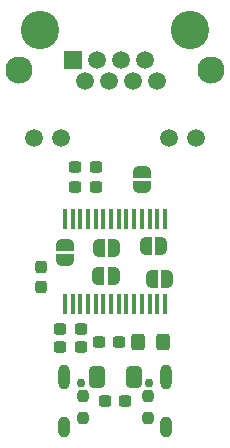
<source format=gbs>
G04 #@! TF.GenerationSoftware,KiCad,Pcbnew,(6.0.0)*
G04 #@! TF.CreationDate,2022-05-28T20:38:18-06:00*
G04 #@! TF.ProjectId,usb_to_serial,7573625f-746f-45f7-9365-7269616c2e6b,2*
G04 #@! TF.SameCoordinates,Original*
G04 #@! TF.FileFunction,Soldermask,Bot*
G04 #@! TF.FilePolarity,Negative*
%FSLAX46Y46*%
G04 Gerber Fmt 4.6, Leading zero omitted, Abs format (unit mm)*
G04 Created by KiCad (PCBNEW (6.0.0)) date 2022-05-28 20:38:18*
%MOMM*%
%LPD*%
G01*
G04 APERTURE LIST*
G04 Aperture macros list*
%AMRoundRect*
0 Rectangle with rounded corners*
0 $1 Rounding radius*
0 $2 $3 $4 $5 $6 $7 $8 $9 X,Y pos of 4 corners*
0 Add a 4 corners polygon primitive as box body*
4,1,4,$2,$3,$4,$5,$6,$7,$8,$9,$2,$3,0*
0 Add four circle primitives for the rounded corners*
1,1,$1+$1,$2,$3*
1,1,$1+$1,$4,$5*
1,1,$1+$1,$6,$7*
1,1,$1+$1,$8,$9*
0 Add four rect primitives between the rounded corners*
20,1,$1+$1,$2,$3,$4,$5,0*
20,1,$1+$1,$4,$5,$6,$7,0*
20,1,$1+$1,$6,$7,$8,$9,0*
20,1,$1+$1,$8,$9,$2,$3,0*%
%AMFreePoly0*
4,1,22,0.500000,-0.750000,0.000000,-0.750000,0.000000,-0.745033,-0.079941,-0.743568,-0.215256,-0.701293,-0.333266,-0.622738,-0.424486,-0.514219,-0.481581,-0.384460,-0.499164,-0.250000,-0.500000,-0.250000,-0.500000,0.250000,-0.499164,0.250000,-0.499963,0.256109,-0.478152,0.396186,-0.417904,0.524511,-0.324060,0.630769,-0.204165,0.706417,-0.067858,0.745374,0.000000,0.744959,0.000000,0.750000,
0.500000,0.750000,0.500000,-0.750000,0.500000,-0.750000,$1*%
%AMFreePoly1*
4,1,20,0.000000,0.744959,0.073905,0.744508,0.209726,0.703889,0.328688,0.626782,0.421226,0.519385,0.479903,0.390333,0.500000,0.250000,0.500000,-0.250000,0.499851,-0.262216,0.476331,-0.402017,0.414519,-0.529596,0.319384,-0.634700,0.198574,-0.708877,0.061801,-0.746166,0.000000,-0.745033,0.000000,-0.750000,-0.500000,-0.750000,-0.500000,0.750000,0.000000,0.750000,0.000000,0.744959,
0.000000,0.744959,$1*%
G04 Aperture macros list end*
%ADD10C,3.250000*%
%ADD11R,1.500000X1.500000*%
%ADD12C,1.500000*%
%ADD13C,2.300000*%
%ADD14O,0.990600X1.803400*%
%ADD15O,0.990600X2.108200*%
%ADD16C,0.762000*%
%ADD17FreePoly0,0.000000*%
%ADD18FreePoly1,0.000000*%
%ADD19RoundRect,0.237500X-0.237500X0.250000X-0.237500X-0.250000X0.237500X-0.250000X0.237500X0.250000X0*%
%ADD20RoundRect,0.237500X-0.300000X-0.237500X0.300000X-0.237500X0.300000X0.237500X-0.300000X0.237500X0*%
%ADD21RoundRect,0.250000X0.412500X0.650000X-0.412500X0.650000X-0.412500X-0.650000X0.412500X-0.650000X0*%
%ADD22RoundRect,0.237500X0.300000X0.237500X-0.300000X0.237500X-0.300000X-0.237500X0.300000X-0.237500X0*%
%ADD23RoundRect,0.250000X-0.325000X-0.450000X0.325000X-0.450000X0.325000X0.450000X-0.325000X0.450000X0*%
%ADD24FreePoly0,180.000000*%
%ADD25FreePoly1,180.000000*%
%ADD26FreePoly0,90.000000*%
%ADD27FreePoly1,90.000000*%
%ADD28R,0.450000X1.750000*%
%ADD29RoundRect,0.237500X0.237500X-0.300000X0.237500X0.300000X-0.237500X0.300000X-0.237500X-0.300000X0*%
G04 APERTURE END LIST*
D10*
X129428119Y-96492872D03*
X142128119Y-96492872D03*
D11*
X132218119Y-99032872D03*
D12*
X133234119Y-100812872D03*
X134250119Y-99032872D03*
X135266119Y-100812872D03*
X136282119Y-99032872D03*
X137298119Y-100812872D03*
X138314119Y-99032872D03*
X139330119Y-100812872D03*
X128918119Y-105632872D03*
X131208119Y-105632872D03*
X140348119Y-105632872D03*
X142638119Y-105632872D03*
D13*
X143908119Y-99922872D03*
X127648119Y-99922872D03*
D14*
X131458117Y-130091704D03*
X140098121Y-130091704D03*
D15*
X131458117Y-125911704D03*
X140098121Y-125911704D03*
D16*
X132888120Y-126411703D03*
X138668118Y-126411703D03*
D17*
X138868119Y-117572504D03*
D18*
X140168119Y-117572504D03*
D19*
X133028119Y-127495372D03*
X133028119Y-129320372D03*
D20*
X132405619Y-108072504D03*
X134130619Y-108072504D03*
D21*
X137340619Y-125907872D03*
X134215619Y-125907872D03*
D22*
X136640619Y-127907872D03*
X134915619Y-127907872D03*
D20*
X132405619Y-109822504D03*
X134130619Y-109822504D03*
D23*
X137753119Y-122907872D03*
X139803119Y-122907872D03*
D24*
X135668119Y-117322504D03*
D25*
X134368119Y-117322504D03*
D26*
X131518119Y-115972504D03*
D27*
X131518119Y-114672504D03*
D26*
X138018119Y-109807872D03*
D27*
X138018119Y-108507872D03*
D24*
X139668119Y-114822504D03*
D25*
X138368119Y-114822504D03*
D22*
X132880619Y-121822504D03*
X131155619Y-121822504D03*
D20*
X131155619Y-123322504D03*
X132880619Y-123322504D03*
D22*
X136140619Y-122907872D03*
X134415619Y-122907872D03*
D28*
X131543119Y-112472504D03*
X132193119Y-112472504D03*
X132843119Y-112472504D03*
X133493119Y-112472504D03*
X134143119Y-112472504D03*
X134793119Y-112472504D03*
X135443119Y-112472504D03*
X136093119Y-112472504D03*
X136743119Y-112472504D03*
X137393119Y-112472504D03*
X138043119Y-112472504D03*
X138693119Y-112472504D03*
X139343119Y-112472504D03*
X139993119Y-112472504D03*
X139993119Y-119672504D03*
X139343119Y-119672504D03*
X138693119Y-119672504D03*
X138043119Y-119672504D03*
X137393119Y-119672504D03*
X136743119Y-119672504D03*
X136093119Y-119672504D03*
X135443119Y-119672504D03*
X134793119Y-119672504D03*
X134143119Y-119672504D03*
X133493119Y-119672504D03*
X132843119Y-119672504D03*
X132193119Y-119672504D03*
X131543119Y-119672504D03*
D19*
X138528119Y-127495372D03*
X138528119Y-129320372D03*
D29*
X129500000Y-118270372D03*
X129500000Y-116545372D03*
D24*
X135711867Y-114987136D03*
D25*
X134411867Y-114987136D03*
M02*

</source>
